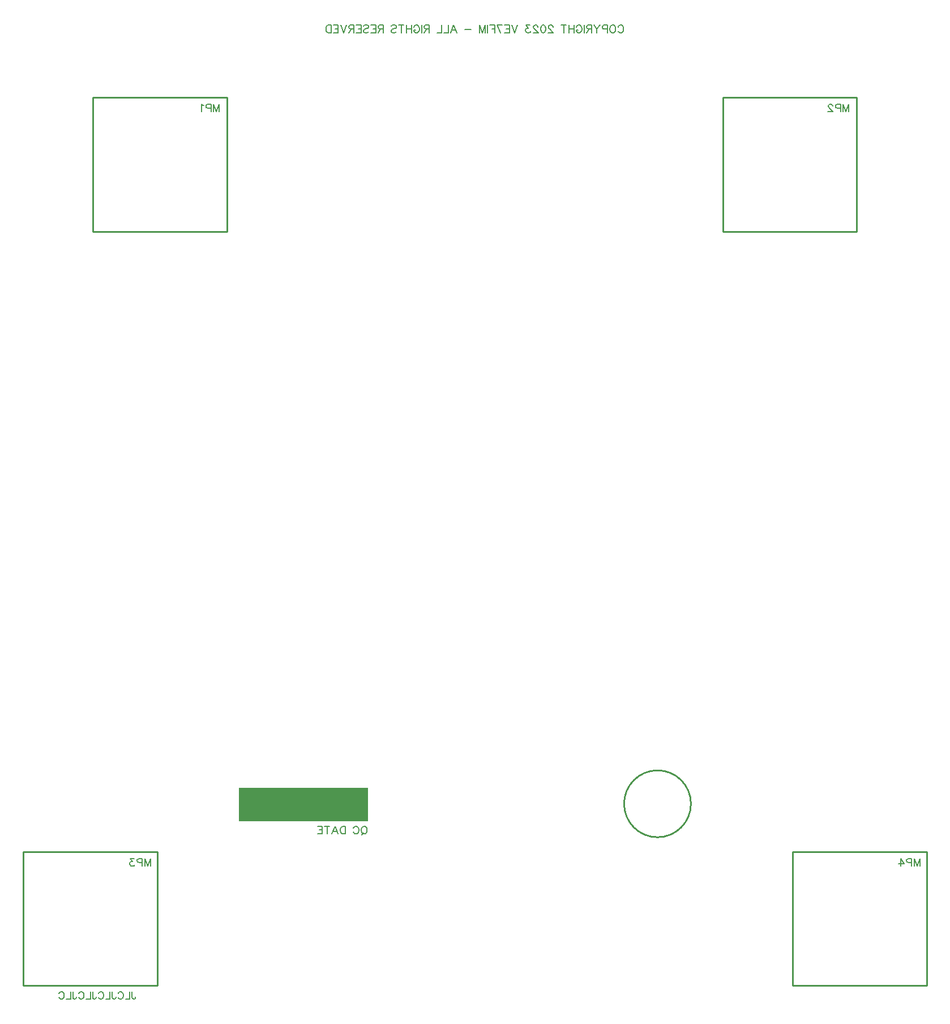
<source format=gbo>
G04 Layer: BottomSilkscreenLayer*
G04 EasyEDA v6.5.34, 2023-08-24 09:47:34*
G04 6bd15eb49b25482d8031a451c7c5e20c,5a6b42c53f6a479593ecc07194224c93,10*
G04 Gerber Generator version 0.2*
G04 Scale: 100 percent, Rotated: No, Reflected: No *
G04 Dimensions in millimeters *
G04 leading zeros omitted , absolute positions ,4 integer and 5 decimal *
%FSLAX45Y45*%
%MOMM*%

%ADD10C,0.1524*%
%ADD11C,0.2032*%
%ADD12C,0.1520*%
%ADD13C,0.2030*%
%ADD14C,0.2540*%
%ADD15C,0.0130*%

%LPD*%
D10*
X4184522Y-8718113D02*
G01*
X4195432Y-8723566D01*
X4206341Y-8734475D01*
X4211797Y-8745385D01*
X4217250Y-8761747D01*
X4217250Y-8789019D01*
X4211797Y-8805384D01*
X4206341Y-8816294D01*
X4195432Y-8827203D01*
X4184522Y-8832656D01*
X4162704Y-8832656D01*
X4151797Y-8827203D01*
X4140888Y-8816294D01*
X4135432Y-8805384D01*
X4129979Y-8789019D01*
X4129979Y-8761747D01*
X4135432Y-8745385D01*
X4140888Y-8734475D01*
X4151797Y-8723566D01*
X4162704Y-8718113D01*
X4184522Y-8718113D01*
X4168160Y-8810838D02*
G01*
X4135432Y-8843566D01*
X4012161Y-8745385D02*
G01*
X4017614Y-8734475D01*
X4028523Y-8723566D01*
X4039433Y-8718113D01*
X4061251Y-8718113D01*
X4072161Y-8723566D01*
X4083070Y-8734475D01*
X4088523Y-8745385D01*
X4093979Y-8761747D01*
X4093979Y-8789019D01*
X4088523Y-8805384D01*
X4083070Y-8816294D01*
X4072161Y-8827203D01*
X4061251Y-8832656D01*
X4039433Y-8832656D01*
X4028523Y-8827203D01*
X4017614Y-8816294D01*
X4012161Y-8805384D01*
X3892161Y-8718113D02*
G01*
X3892161Y-8832656D01*
X3892161Y-8718113D02*
G01*
X3853980Y-8718113D01*
X3837614Y-8723566D01*
X3826705Y-8734475D01*
X3821252Y-8745385D01*
X3815796Y-8761747D01*
X3815796Y-8789019D01*
X3821252Y-8805384D01*
X3826705Y-8816294D01*
X3837614Y-8827203D01*
X3853980Y-8832656D01*
X3892161Y-8832656D01*
X3736162Y-8718113D02*
G01*
X3779796Y-8832656D01*
X3736162Y-8718113D02*
G01*
X3692525Y-8832656D01*
X3763434Y-8794475D02*
G01*
X3708887Y-8794475D01*
X3618341Y-8718113D02*
G01*
X3618341Y-8832656D01*
X3656525Y-8718113D02*
G01*
X3580160Y-8718113D01*
X3544161Y-8718113D02*
G01*
X3544161Y-8832656D01*
X3544161Y-8718113D02*
G01*
X3473251Y-8718113D01*
X3544161Y-8772657D02*
G01*
X3500523Y-8772657D01*
X3544161Y-8832656D02*
G01*
X3473251Y-8832656D01*
D11*
X978750Y-9200708D02*
G01*
X978750Y-9315251D01*
X978750Y-9200708D02*
G01*
X935113Y-9315251D01*
X891479Y-9200708D02*
G01*
X935113Y-9315251D01*
X891479Y-9200708D02*
G01*
X891479Y-9315251D01*
X855479Y-9200708D02*
G01*
X855479Y-9315251D01*
X855479Y-9200708D02*
G01*
X806386Y-9200708D01*
X790023Y-9206161D01*
X784570Y-9211614D01*
X779114Y-9222524D01*
X779114Y-9238889D01*
X784570Y-9249798D01*
X790023Y-9255252D01*
X806386Y-9260707D01*
X855479Y-9260707D01*
X732205Y-9200708D02*
G01*
X672205Y-9200708D01*
X704933Y-9244342D01*
X688568Y-9244342D01*
X677661Y-9249798D01*
X672205Y-9255252D01*
X666752Y-9271614D01*
X666752Y-9282523D01*
X672205Y-9298889D01*
X683115Y-9309798D01*
X699477Y-9315251D01*
X715843Y-9315251D01*
X732205Y-9309798D01*
X737661Y-9304342D01*
X743115Y-9293433D01*
X12484963Y-9200710D02*
G01*
X12484963Y-9315254D01*
X12484963Y-9200710D02*
G01*
X12441326Y-9315254D01*
X12397691Y-9200710D02*
G01*
X12441326Y-9315254D01*
X12397691Y-9200710D02*
G01*
X12397691Y-9315254D01*
X12361692Y-9200710D02*
G01*
X12361692Y-9315254D01*
X12361692Y-9200710D02*
G01*
X12312599Y-9200710D01*
X12296236Y-9206163D01*
X12290783Y-9211617D01*
X12285327Y-9222526D01*
X12285327Y-9238891D01*
X12290783Y-9249801D01*
X12296236Y-9255254D01*
X12312599Y-9260710D01*
X12361692Y-9260710D01*
X12194781Y-9200710D02*
G01*
X12249327Y-9277073D01*
X12167509Y-9277073D01*
X12194781Y-9200710D02*
G01*
X12194781Y-9315254D01*
X2007463Y2076894D02*
G01*
X2007463Y1962350D01*
X2007463Y2076894D02*
G01*
X1963826Y1962350D01*
X1920191Y2076894D02*
G01*
X1963826Y1962350D01*
X1920191Y2076894D02*
G01*
X1920191Y1962350D01*
X1884192Y2076894D02*
G01*
X1884192Y1962350D01*
X1884192Y2076894D02*
G01*
X1835099Y2076894D01*
X1818736Y2071441D01*
X1813283Y2065987D01*
X1807827Y2055078D01*
X1807827Y2038713D01*
X1813283Y2027803D01*
X1818736Y2022350D01*
X1835099Y2016894D01*
X1884192Y2016894D01*
X1771827Y2055078D02*
G01*
X1760918Y2060531D01*
X1744555Y2076894D01*
X1744555Y1962350D01*
X11421351Y2076485D02*
G01*
X11421351Y1961941D01*
X11421351Y2076485D02*
G01*
X11377714Y1961941D01*
X11334079Y2076485D02*
G01*
X11377714Y1961941D01*
X11334079Y2076485D02*
G01*
X11334079Y1961941D01*
X11298080Y2076485D02*
G01*
X11298080Y1961941D01*
X11298080Y2076485D02*
G01*
X11248986Y2076485D01*
X11232624Y2071032D01*
X11227170Y2065578D01*
X11221714Y2054669D01*
X11221714Y2038304D01*
X11227170Y2027394D01*
X11232624Y2021941D01*
X11248986Y2016485D01*
X11298080Y2016485D01*
X11180262Y2049213D02*
G01*
X11180262Y2054669D01*
X11174806Y2065578D01*
X11169352Y2071032D01*
X11158443Y2076485D01*
X11136624Y2076485D01*
X11125715Y2071032D01*
X11120262Y2065578D01*
X11114806Y2054669D01*
X11114806Y2043760D01*
X11120262Y2032850D01*
X11131168Y2016485D01*
X11185715Y1961941D01*
X11109352Y1961941D01*
D12*
X703092Y-11192766D02*
G01*
X703092Y-11275893D01*
X708289Y-11291481D01*
X713483Y-11296675D01*
X723874Y-11301869D01*
X734265Y-11301869D01*
X744656Y-11296675D01*
X749853Y-11291481D01*
X755048Y-11275893D01*
X755048Y-11265501D01*
X668802Y-11192766D02*
G01*
X668802Y-11301869D01*
X668802Y-11301869D02*
G01*
X606458Y-11301869D01*
X494235Y-11218743D02*
G01*
X499432Y-11208351D01*
X509823Y-11197960D01*
X520212Y-11192766D01*
X540994Y-11192766D01*
X551385Y-11197960D01*
X561776Y-11208351D01*
X566973Y-11218743D01*
X572168Y-11234331D01*
X572168Y-11260307D01*
X566973Y-11275893D01*
X561776Y-11286284D01*
X551385Y-11296675D01*
X540994Y-11301869D01*
X520212Y-11301869D01*
X509823Y-11296675D01*
X499432Y-11286284D01*
X494235Y-11275893D01*
X407992Y-11192766D02*
G01*
X407992Y-11275893D01*
X413186Y-11291481D01*
X418383Y-11296675D01*
X428772Y-11301869D01*
X439163Y-11301869D01*
X449554Y-11296675D01*
X454751Y-11291481D01*
X459945Y-11275893D01*
X459945Y-11265501D01*
X373702Y-11192766D02*
G01*
X373702Y-11301869D01*
X373702Y-11301869D02*
G01*
X311355Y-11301869D01*
X199133Y-11218743D02*
G01*
X204330Y-11208351D01*
X214721Y-11197960D01*
X225112Y-11192766D01*
X245892Y-11192766D01*
X256283Y-11197960D01*
X266674Y-11208351D01*
X271871Y-11218743D01*
X277065Y-11234331D01*
X277065Y-11260307D01*
X271871Y-11275893D01*
X266674Y-11286284D01*
X256283Y-11296675D01*
X245892Y-11301869D01*
X225112Y-11301869D01*
X214721Y-11296675D01*
X204330Y-11286284D01*
X199133Y-11275893D01*
X112890Y-11192766D02*
G01*
X112890Y-11275893D01*
X118084Y-11291481D01*
X123281Y-11296675D01*
X133672Y-11301869D01*
X144063Y-11301869D01*
X154452Y-11296675D01*
X159649Y-11291481D01*
X164843Y-11275893D01*
X164843Y-11265501D01*
X78600Y-11192766D02*
G01*
X78600Y-11301869D01*
X78600Y-11301869D02*
G01*
X16253Y-11301869D01*
X-95966Y-11218743D02*
G01*
X-90771Y-11208351D01*
X-80380Y-11197960D01*
X-69989Y-11192766D01*
X-49207Y-11192766D01*
X-38816Y-11197960D01*
X-28427Y-11208351D01*
X-23230Y-11218743D01*
X-18036Y-11234331D01*
X-18036Y-11260307D01*
X-23230Y-11275893D01*
X-28427Y-11286284D01*
X-38816Y-11296675D01*
X-49207Y-11301869D01*
X-69989Y-11301869D01*
X-80380Y-11296675D01*
X-90771Y-11286284D01*
X-95966Y-11275893D01*
X-182211Y-11192766D02*
G01*
X-182211Y-11275893D01*
X-177017Y-11291481D01*
X-171820Y-11296675D01*
X-161429Y-11301869D01*
X-151038Y-11301869D01*
X-140647Y-11296675D01*
X-135453Y-11291481D01*
X-130256Y-11275893D01*
X-130256Y-11265501D01*
X-216501Y-11192766D02*
G01*
X-216501Y-11301869D01*
X-216501Y-11301869D02*
G01*
X-278846Y-11301869D01*
X-391068Y-11218743D02*
G01*
X-385874Y-11208351D01*
X-375483Y-11197960D01*
X-365091Y-11192766D01*
X-344309Y-11192766D01*
X-333918Y-11197960D01*
X-323527Y-11208351D01*
X-318333Y-11218743D01*
X-313136Y-11234331D01*
X-313136Y-11260307D01*
X-318333Y-11275893D01*
X-323527Y-11286284D01*
X-333918Y-11296675D01*
X-344309Y-11301869D01*
X-365091Y-11301869D01*
X-375483Y-11296675D01*
X-385874Y-11286284D01*
X-391068Y-11275893D01*
D13*
X7970862Y3230623D02*
G01*
X7976196Y3241545D01*
X7987118Y3252467D01*
X7998040Y3258055D01*
X8019884Y3258055D01*
X8030806Y3252467D01*
X8041728Y3241545D01*
X8047316Y3230623D01*
X8052650Y3214367D01*
X8052650Y3187189D01*
X8047316Y3170679D01*
X8041728Y3159757D01*
X8030806Y3148835D01*
X8019884Y3143501D01*
X7998040Y3143501D01*
X7987118Y3148835D01*
X7976196Y3159757D01*
X7970862Y3170679D01*
X7902028Y3258055D02*
G01*
X7912950Y3252467D01*
X7923872Y3241545D01*
X7929460Y3230623D01*
X7934794Y3214367D01*
X7934794Y3187189D01*
X7929460Y3170679D01*
X7923872Y3159757D01*
X7912950Y3148835D01*
X7902028Y3143501D01*
X7880184Y3143501D01*
X7869262Y3148835D01*
X7858594Y3159757D01*
X7853006Y3170679D01*
X7847672Y3187189D01*
X7847672Y3214367D01*
X7853006Y3230623D01*
X7858594Y3241545D01*
X7869262Y3252467D01*
X7880184Y3258055D01*
X7902028Y3258055D01*
X7811604Y3258055D02*
G01*
X7811604Y3143501D01*
X7811604Y3258055D02*
G01*
X7762582Y3258055D01*
X7746072Y3252467D01*
X7740738Y3247133D01*
X7735150Y3236211D01*
X7735150Y3219701D01*
X7740738Y3208779D01*
X7746072Y3203445D01*
X7762582Y3198111D01*
X7811604Y3198111D01*
X7699082Y3258055D02*
G01*
X7655648Y3203445D01*
X7655648Y3143501D01*
X7611960Y3258055D02*
G01*
X7655648Y3203445D01*
X7575892Y3258055D02*
G01*
X7575892Y3143501D01*
X7575892Y3258055D02*
G01*
X7526870Y3258055D01*
X7510360Y3252467D01*
X7505026Y3247133D01*
X7499438Y3236211D01*
X7499438Y3225289D01*
X7505026Y3214367D01*
X7510360Y3208779D01*
X7526870Y3203445D01*
X7575892Y3203445D01*
X7537792Y3203445D02*
G01*
X7499438Y3143501D01*
X7463624Y3258055D02*
G01*
X7463624Y3143501D01*
X7345768Y3230623D02*
G01*
X7351102Y3241545D01*
X7362024Y3252467D01*
X7372946Y3258055D01*
X7394790Y3258055D01*
X7405712Y3252467D01*
X7416634Y3241545D01*
X7422222Y3230623D01*
X7427556Y3214367D01*
X7427556Y3187189D01*
X7422222Y3170679D01*
X7416634Y3159757D01*
X7405712Y3148835D01*
X7394790Y3143501D01*
X7372946Y3143501D01*
X7362024Y3148835D01*
X7351102Y3159757D01*
X7345768Y3170679D01*
X7345768Y3187189D01*
X7372946Y3187189D02*
G01*
X7345768Y3187189D01*
X7309700Y3258055D02*
G01*
X7309700Y3143501D01*
X7233500Y3258055D02*
G01*
X7233500Y3143501D01*
X7309700Y3203445D02*
G01*
X7233500Y3203445D01*
X7159078Y3258055D02*
G01*
X7159078Y3143501D01*
X7197432Y3258055D02*
G01*
X7120978Y3258055D01*
X6995502Y3230623D02*
G01*
X6995502Y3236211D01*
X6990168Y3247133D01*
X6984580Y3252467D01*
X6973658Y3258055D01*
X6951814Y3258055D01*
X6940892Y3252467D01*
X6935558Y3247133D01*
X6930224Y3236211D01*
X6930224Y3225289D01*
X6935558Y3214367D01*
X6946480Y3198111D01*
X7001090Y3143501D01*
X6924636Y3143501D01*
X6855802Y3258055D02*
G01*
X6872312Y3252467D01*
X6883234Y3236211D01*
X6888568Y3208779D01*
X6888568Y3192523D01*
X6883234Y3165345D01*
X6872312Y3148835D01*
X6855802Y3143501D01*
X6845134Y3143501D01*
X6828624Y3148835D01*
X6817702Y3165345D01*
X6812368Y3192523D01*
X6812368Y3208779D01*
X6817702Y3236211D01*
X6828624Y3252467D01*
X6845134Y3258055D01*
X6855802Y3258055D01*
X6770712Y3230623D02*
G01*
X6770712Y3236211D01*
X6765378Y3247133D01*
X6760044Y3252467D01*
X6749122Y3258055D01*
X6727278Y3258055D01*
X6716356Y3252467D01*
X6710768Y3247133D01*
X6705434Y3236211D01*
X6705434Y3225289D01*
X6710768Y3214367D01*
X6721690Y3198111D01*
X6776300Y3143501D01*
X6699846Y3143501D01*
X6653110Y3258055D02*
G01*
X6592912Y3258055D01*
X6625678Y3214367D01*
X6609422Y3214367D01*
X6598500Y3208779D01*
X6592912Y3203445D01*
X6587578Y3187189D01*
X6587578Y3176267D01*
X6592912Y3159757D01*
X6603834Y3148835D01*
X6620344Y3143501D01*
X6636600Y3143501D01*
X6653110Y3148835D01*
X6658444Y3154423D01*
X6664032Y3165345D01*
X6467436Y3258055D02*
G01*
X6424002Y3143501D01*
X6380314Y3258055D02*
G01*
X6424002Y3143501D01*
X6344246Y3258055D02*
G01*
X6344246Y3143501D01*
X6344246Y3258055D02*
G01*
X6273380Y3258055D01*
X6344246Y3203445D02*
G01*
X6300558Y3203445D01*
X6344246Y3143501D02*
G01*
X6273380Y3143501D01*
X6161112Y3258055D02*
G01*
X6215468Y3143501D01*
X6237312Y3258055D02*
G01*
X6161112Y3258055D01*
X6125044Y3258055D02*
G01*
X6125044Y3143501D01*
X6125044Y3258055D02*
G01*
X6054178Y3258055D01*
X6125044Y3203445D02*
G01*
X6081356Y3203445D01*
X6018110Y3258055D02*
G01*
X6018110Y3143501D01*
X5982042Y3258055D02*
G01*
X5982042Y3143501D01*
X5982042Y3258055D02*
G01*
X5938354Y3143501D01*
X5894920Y3258055D02*
G01*
X5938354Y3143501D01*
X5894920Y3258055D02*
G01*
X5894920Y3143501D01*
X5774778Y3192523D02*
G01*
X5676734Y3192523D01*
X5512904Y3258055D02*
G01*
X5556592Y3143501D01*
X5512904Y3258055D02*
G01*
X5469470Y3143501D01*
X5540336Y3181601D02*
G01*
X5485726Y3181601D01*
X5433402Y3258055D02*
G01*
X5433402Y3143501D01*
X5433402Y3143501D02*
G01*
X5367870Y3143501D01*
X5331802Y3258055D02*
G01*
X5331802Y3143501D01*
X5331802Y3143501D02*
G01*
X5266524Y3143501D01*
X5146382Y3258055D02*
G01*
X5146382Y3143501D01*
X5146382Y3258055D02*
G01*
X5097360Y3258055D01*
X5081104Y3252467D01*
X5075516Y3247133D01*
X5070182Y3236211D01*
X5070182Y3225289D01*
X5075516Y3214367D01*
X5081104Y3208779D01*
X5097360Y3203445D01*
X5146382Y3203445D01*
X5108282Y3203445D02*
G01*
X5070182Y3143501D01*
X5034114Y3258055D02*
G01*
X5034114Y3143501D01*
X4916258Y3230623D02*
G01*
X4921846Y3241545D01*
X4932768Y3252467D01*
X4943690Y3258055D01*
X4965280Y3258055D01*
X4976202Y3252467D01*
X4987124Y3241545D01*
X4992712Y3230623D01*
X4998046Y3214367D01*
X4998046Y3187189D01*
X4992712Y3170679D01*
X4987124Y3159757D01*
X4976202Y3148835D01*
X4965280Y3143501D01*
X4943690Y3143501D01*
X4932768Y3148835D01*
X4921846Y3159757D01*
X4916258Y3170679D01*
X4916258Y3187189D01*
X4943690Y3187189D02*
G01*
X4916258Y3187189D01*
X4880190Y3258055D02*
G01*
X4880190Y3143501D01*
X4803990Y3258055D02*
G01*
X4803990Y3143501D01*
X4880190Y3203445D02*
G01*
X4803990Y3203445D01*
X4729822Y3258055D02*
G01*
X4729822Y3143501D01*
X4767922Y3258055D02*
G01*
X4691468Y3258055D01*
X4579200Y3241545D02*
G01*
X4590122Y3252467D01*
X4606378Y3258055D01*
X4628222Y3258055D01*
X4644732Y3252467D01*
X4655654Y3241545D01*
X4655654Y3230623D01*
X4650066Y3219701D01*
X4644732Y3214367D01*
X4633810Y3208779D01*
X4601044Y3198111D01*
X4590122Y3192523D01*
X4584534Y3187189D01*
X4579200Y3176267D01*
X4579200Y3159757D01*
X4590122Y3148835D01*
X4606378Y3143501D01*
X4628222Y3143501D01*
X4644732Y3148835D01*
X4655654Y3159757D01*
X4459312Y3258055D02*
G01*
X4459312Y3143501D01*
X4459312Y3258055D02*
G01*
X4410036Y3258055D01*
X4393780Y3252467D01*
X4388192Y3247133D01*
X4382858Y3236211D01*
X4382858Y3225289D01*
X4388192Y3214367D01*
X4393780Y3208779D01*
X4410036Y3203445D01*
X4459312Y3203445D01*
X4420958Y3203445D02*
G01*
X4382858Y3143501D01*
X4346790Y3258055D02*
G01*
X4346790Y3143501D01*
X4346790Y3258055D02*
G01*
X4275924Y3258055D01*
X4346790Y3203445D02*
G01*
X4303102Y3203445D01*
X4346790Y3143501D02*
G01*
X4275924Y3143501D01*
X4163656Y3241545D02*
G01*
X4174578Y3252467D01*
X4190834Y3258055D01*
X4212678Y3258055D01*
X4228934Y3252467D01*
X4239856Y3241545D01*
X4239856Y3230623D01*
X4234522Y3219701D01*
X4228934Y3214367D01*
X4218012Y3208779D01*
X4185500Y3198111D01*
X4174578Y3192523D01*
X4168990Y3187189D01*
X4163656Y3176267D01*
X4163656Y3159757D01*
X4174578Y3148835D01*
X4190834Y3143501D01*
X4212678Y3143501D01*
X4228934Y3148835D01*
X4239856Y3159757D01*
X4127588Y3258055D02*
G01*
X4127588Y3143501D01*
X4127588Y3258055D02*
G01*
X4056722Y3258055D01*
X4127588Y3203445D02*
G01*
X4083900Y3203445D01*
X4127588Y3143501D02*
G01*
X4056722Y3143501D01*
X4020654Y3258055D02*
G01*
X4020654Y3143501D01*
X4020654Y3258055D02*
G01*
X3971632Y3258055D01*
X3955122Y3252467D01*
X3949788Y3247133D01*
X3944200Y3236211D01*
X3944200Y3225289D01*
X3949788Y3214367D01*
X3955122Y3208779D01*
X3971632Y3203445D01*
X4020654Y3203445D01*
X3982554Y3203445D02*
G01*
X3944200Y3143501D01*
X3908386Y3258055D02*
G01*
X3864698Y3143501D01*
X3821010Y3258055D02*
G01*
X3864698Y3143501D01*
X3784942Y3258055D02*
G01*
X3784942Y3143501D01*
X3784942Y3258055D02*
G01*
X3714076Y3258055D01*
X3784942Y3203445D02*
G01*
X3741508Y3203445D01*
X3784942Y3143501D02*
G01*
X3714076Y3143501D01*
X3678008Y3258055D02*
G01*
X3678008Y3143501D01*
X3678008Y3258055D02*
G01*
X3639908Y3258055D01*
X3623652Y3252467D01*
X3612730Y3241545D01*
X3607142Y3230623D01*
X3601808Y3214367D01*
X3601808Y3187189D01*
X3607142Y3170679D01*
X3612730Y3159757D01*
X3623652Y3148835D01*
X3639908Y3143501D01*
X3678008Y3143501D01*
D14*
G75*
G01
X9060650Y-8382003D02*
G03X9060650Y-8382003I-499999J0D01*
G36*
X2296375Y-8144715D02*
G01*
X4233125Y-8144715D01*
X4233125Y-8644714D01*
X2296375Y-8644714D01*
G37*
X10584853Y-9098206D02*
G01*
X12584849Y-9098206D01*
X12584849Y-11098202D01*
X10584853Y-11098202D01*
X10584853Y-9098206D01*
X-921346Y-9098206D02*
G01*
X1078649Y-9098206D01*
X1078649Y-11098202D01*
X-921346Y-11098202D01*
X-921346Y-9098206D01*
X118656Y2174847D02*
G01*
X2118652Y2174847D01*
X2118652Y174851D01*
X118656Y174851D01*
X118656Y2174847D01*
X9535756Y2174847D02*
G01*
X11535752Y2174847D01*
X11535752Y174851D01*
X9535756Y174851D01*
X9535756Y2174847D01*
M02*

</source>
